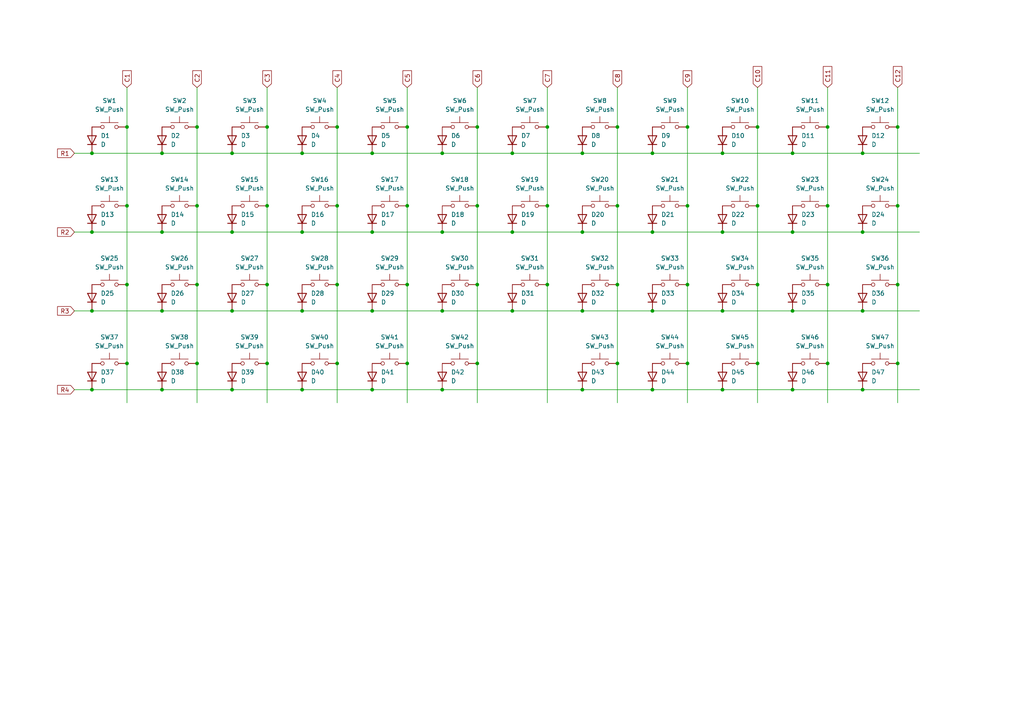
<source format=kicad_sch>
(kicad_sch (version 20250114) (generator "eeschema") (generator_version "9.0")
  (paper "A4")
  (lib_symbols
    (symbol "Device:D" (pin_numbers (hide yes)) (pin_names (offset 1.016) (hide yes))
      (property "Reference" "D" (at 0 2.54 0))
      (property "Value" "D" (at 0 -2.54 0))
      (symbol "D_0_1"
        (polyline (pts (xy -1.27 1.27) (xy -1.27 -1.27)) (stroke (width 0.254)))
        (polyline (pts (xy 1.27 1.27) (xy 1.27 -1.27) (xy -1.27 0) (xy 1.27 1.27)) (stroke (width 0.254)))
        (polyline (pts (xy 1.27 0) (xy -1.27 0)))
      )
      (symbol "D_1_1"
        (pin passive line (at -3.81 0 0) (length 2.54) (name "K") (number "1"))
        (pin passive line (at 3.81 0 180) (length 2.54) (name "A") (number "2"))
      )
    )
    (symbol "Switch:SW_Push" (pin_numbers (hide yes)) (pin_names (offset 1.016) (hide yes))
      (property "Reference" "SW" (at 1.27 2.54 0))
      (property "Value" "SW_Push" (at 0 -1.524 0))
      (symbol "SW_Push_0_1"
        (circle (center -2.032 0) (radius 0.508))
        (polyline (pts (xy 0 1.27) (xy 0 3.048)))
        (circle (center 2.032 0) (radius 0.508))
        (polyline (pts (xy 2.54 1.27) (xy -2.54 1.27)))
        (pin passive line (at -5.08 0 0) (length 2.54) (name "1") (number "1"))
        (pin passive line (at 5.08 0 180) (length 2.54) (name "2") (number "2"))
      )
    )
  )
  (junction (at 179.07 59.69))
  (junction (at 189.23 113.03))
  (junction (at 229.87 44.45))
  (junction (at 189.23 44.45))
  (junction (at 46.99 90.17))
  (junction (at 97.79 105.41))
  (junction (at 57.15 59.69))
  (junction (at 138.43 82.55))
  (junction (at 26.67 44.45))
  (junction (at 209.55 113.03))
  (junction (at 209.55 44.45))
  (junction (at 168.91 44.45))
  (junction (at 219.71 59.69))
  (junction (at 77.47 36.83))
  (junction (at 128.27 90.17))
  (junction (at 67.31 90.17))
  (junction (at 199.39 82.55))
  (junction (at 148.59 90.17))
  (junction (at 229.87 90.17))
  (junction (at 26.67 113.03))
  (junction (at 168.91 90.17))
  (junction (at 148.59 44.45))
  (junction (at 260.35 105.41))
  (junction (at 87.63 67.31))
  (junction (at 209.55 90.17))
  (junction (at 148.59 67.31))
  (junction (at 219.71 82.55))
  (junction (at 107.95 113.03))
  (junction (at 67.31 44.45))
  (junction (at 138.43 36.83))
  (junction (at 240.03 36.83))
  (junction (at 199.39 59.69))
  (junction (at 36.83 59.69))
  (junction (at 107.95 90.17))
  (junction (at 118.11 105.41))
  (junction (at 57.15 105.41))
  (junction (at 77.47 105.41))
  (junction (at 128.27 67.31))
  (junction (at 107.95 67.31))
  (junction (at 46.99 113.03))
  (junction (at 97.79 59.69))
  (junction (at 26.67 67.31))
  (junction (at 250.19 44.45))
  (junction (at 229.87 113.03))
  (junction (at 179.07 82.55))
  (junction (at 199.39 105.41))
  (junction (at 26.67 90.17))
  (junction (at 36.83 82.55))
  (junction (at 158.75 36.83))
  (junction (at 97.79 36.83))
  (junction (at 189.23 90.17))
  (junction (at 168.91 67.31))
  (junction (at 107.95 44.45))
  (junction (at 158.75 59.69))
  (junction (at 67.31 67.31))
  (junction (at 260.35 59.69))
  (junction (at 179.07 105.41))
  (junction (at 209.55 67.31))
  (junction (at 118.11 82.55))
  (junction (at 46.99 67.31))
  (junction (at 118.11 36.83))
  (junction (at 260.35 82.55))
  (junction (at 240.03 59.69))
  (junction (at 189.23 67.31))
  (junction (at 77.47 82.55))
  (junction (at 250.19 90.17))
  (junction (at 250.19 67.31))
  (junction (at 57.15 36.83))
  (junction (at 128.27 113.03))
  (junction (at 219.71 105.41))
  (junction (at 199.39 36.83))
  (junction (at 57.15 82.55))
  (junction (at 67.31 113.03))
  (junction (at 138.43 59.69))
  (junction (at 138.43 105.41))
  (junction (at 240.03 82.55))
  (junction (at 179.07 36.83))
  (junction (at 168.91 113.03))
  (junction (at 229.87 67.31))
  (junction (at 87.63 44.45))
  (junction (at 87.63 90.17))
  (junction (at 219.71 36.83))
  (junction (at 128.27 44.45))
  (junction (at 46.99 44.45))
  (junction (at 260.35 36.83))
  (junction (at 36.83 105.41))
  (junction (at 77.47 59.69))
  (junction (at 87.63 113.03))
  (junction (at 158.75 82.55))
  (junction (at 97.79 82.55))
  (junction (at 36.83 36.83))
  (junction (at 240.03 105.41))
  (junction (at 118.11 59.69))
  (junction (at 250.19 113.03))
  (wire (pts (xy 57.15 59.69) (xy 57.15 82.55)))
  (wire (pts (xy 250.19 113.03) (xy 266.7 113.03)))
  (wire (pts (xy 97.79 59.69) (xy 97.79 82.55)))
  (wire (pts (xy 229.87 113.03) (xy 250.19 113.03)))
  (wire (pts (xy 87.63 44.45) (xy 107.95 44.45)))
  (wire (pts (xy 97.79 25.4) (xy 97.79 36.83)))
  (wire (pts (xy 118.11 105.41) (xy 118.11 116.84)))
  (wire (pts (xy 199.39 105.41) (xy 199.39 116.84)))
  (wire (pts (xy 67.31 44.45) (xy 87.63 44.45)))
  (wire (pts (xy 26.67 90.17) (xy 46.99 90.17)))
  (wire (pts (xy 229.87 44.45) (xy 250.19 44.45)))
  (wire (pts (xy 158.75 59.69) (xy 158.75 82.55)))
  (wire (pts (xy 128.27 44.45) (xy 148.59 44.45)))
  (wire (pts (xy 240.03 82.55) (xy 240.03 105.41)))
  (wire (pts (xy 118.11 25.4) (xy 118.11 36.83)))
  (wire (pts (xy 179.07 25.4) (xy 179.07 36.83)))
  (wire (pts (xy 46.99 67.31) (xy 67.31 67.31)))
  (wire (pts (xy 209.55 90.17) (xy 229.87 90.17)))
  (wire (pts (xy 77.47 59.69) (xy 77.47 82.55)))
  (wire (pts (xy 260.35 105.41) (xy 260.35 116.84)))
  (wire (pts (xy 189.23 67.31) (xy 209.55 67.31)))
  (wire (pts (xy 219.71 25.4) (xy 219.71 36.83)))
  (wire (pts (xy 260.35 82.55) (xy 260.35 105.41)))
  (wire (pts (xy 87.63 90.17) (xy 107.95 90.17)))
  (wire (pts (xy 107.95 67.31) (xy 128.27 67.31)))
  (wire (pts (xy 240.03 36.83) (xy 240.03 59.69)))
  (wire (pts (xy 87.63 113.03) (xy 107.95 113.03)))
  (wire (pts (xy 97.79 82.55) (xy 97.79 105.41)))
  (wire (pts (xy 77.47 25.4) (xy 77.47 36.83)))
  (wire (pts (xy 158.75 82.55) (xy 158.75 116.84)))
  (wire (pts (xy 77.47 105.41) (xy 77.47 116.84)))
  (wire (pts (xy 148.59 90.17) (xy 168.91 90.17)))
  (wire (pts (xy 240.03 59.69) (xy 240.03 82.55)))
  (wire (pts (xy 148.59 44.45) (xy 168.91 44.45)))
  (wire (pts (xy 189.23 113.03) (xy 209.55 113.03)))
  (wire (pts (xy 168.91 90.17) (xy 189.23 90.17)))
  (wire (pts (xy 179.07 36.83) (xy 179.07 59.69)))
  (wire (pts (xy 77.47 82.55) (xy 77.47 105.41)))
  (wire (pts (xy 36.83 82.55) (xy 36.83 105.41)))
  (wire (pts (xy 219.71 105.41) (xy 219.71 116.84)))
  (wire (pts (xy 240.03 25.4) (xy 240.03 36.83)))
  (wire (pts (xy 107.95 90.17) (xy 128.27 90.17)))
  (wire (pts (xy 57.15 105.41) (xy 57.15 116.84)))
  (wire (pts (xy 118.11 82.55) (xy 118.11 105.41)))
  (wire (pts (xy 46.99 44.45) (xy 67.31 44.45)))
  (wire (pts (xy 138.43 105.41) (xy 138.43 116.84)))
  (wire (pts (xy 168.91 44.45) (xy 189.23 44.45)))
  (wire (pts (xy 240.03 105.41) (xy 240.03 116.84)))
  (wire (pts (xy 260.35 36.83) (xy 260.35 59.69)))
  (wire (pts (xy 189.23 90.17) (xy 209.55 90.17)))
  (wire (pts (xy 36.83 59.69) (xy 36.83 82.55)))
  (wire (pts (xy 138.43 59.69) (xy 138.43 82.55)))
  (wire (pts (xy 21.59 67.31) (xy 26.67 67.31)))
  (wire (pts (xy 219.71 59.69) (xy 219.71 82.55)))
  (wire (pts (xy 26.67 44.45) (xy 46.99 44.45)))
  (wire (pts (xy 21.59 44.45) (xy 26.67 44.45)))
  (wire (pts (xy 36.83 105.41) (xy 36.83 116.84)))
  (wire (pts (xy 118.11 36.83) (xy 118.11 59.69)))
  (wire (pts (xy 107.95 113.03) (xy 128.27 113.03)))
  (wire (pts (xy 250.19 44.45) (xy 266.7 44.45)))
  (wire (pts (xy 57.15 25.4) (xy 57.15 36.83)))
  (wire (pts (xy 21.59 90.17) (xy 26.67 90.17)))
  (wire (pts (xy 97.79 36.83) (xy 97.79 59.69)))
  (wire (pts (xy 219.71 82.55) (xy 219.71 105.41)))
  (wire (pts (xy 57.15 36.83) (xy 57.15 59.69)))
  (wire (pts (xy 97.79 105.41) (xy 97.79 116.84)))
  (wire (pts (xy 209.55 113.03) (xy 229.87 113.03)))
  (wire (pts (xy 148.59 67.31) (xy 168.91 67.31)))
  (wire (pts (xy 46.99 90.17) (xy 67.31 90.17)))
  (wire (pts (xy 179.07 82.55) (xy 179.07 105.41)))
  (wire (pts (xy 250.19 90.17) (xy 266.7 90.17)))
  (wire (pts (xy 158.75 25.4) (xy 158.75 36.83)))
  (wire (pts (xy 128.27 67.31) (xy 148.59 67.31)))
  (wire (pts (xy 138.43 36.83) (xy 138.43 59.69)))
  (wire (pts (xy 36.83 25.4) (xy 36.83 36.83)))
  (wire (pts (xy 158.75 36.83) (xy 158.75 59.69)))
  (wire (pts (xy 67.31 90.17) (xy 87.63 90.17)))
  (wire (pts (xy 138.43 25.4) (xy 138.43 36.83)))
  (wire (pts (xy 179.07 105.41) (xy 179.07 116.84)))
  (wire (pts (xy 46.99 113.03) (xy 67.31 113.03)))
  (wire (pts (xy 67.31 67.31) (xy 87.63 67.31)))
  (wire (pts (xy 67.31 113.03) (xy 87.63 113.03)))
  (wire (pts (xy 77.47 36.83) (xy 77.47 59.69)))
  (wire (pts (xy 168.91 113.03) (xy 189.23 113.03)))
  (wire (pts (xy 260.35 25.4) (xy 260.35 36.83)))
  (wire (pts (xy 118.11 59.69) (xy 118.11 82.55)))
  (wire (pts (xy 179.07 59.69) (xy 179.07 82.55)))
  (wire (pts (xy 107.95 44.45) (xy 128.27 44.45)))
  (wire (pts (xy 128.27 113.03) (xy 168.91 113.03)))
  (wire (pts (xy 57.15 82.55) (xy 57.15 105.41)))
  (wire (pts (xy 138.43 82.55) (xy 138.43 105.41)))
  (wire (pts (xy 26.67 113.03) (xy 46.99 113.03)))
  (wire (pts (xy 229.87 67.31) (xy 250.19 67.31)))
  (wire (pts (xy 199.39 36.83) (xy 199.39 59.69)))
  (wire (pts (xy 209.55 44.45) (xy 229.87 44.45)))
  (wire (pts (xy 21.59 113.03) (xy 26.67 113.03)))
  (wire (pts (xy 199.39 25.4) (xy 199.39 36.83)))
  (wire (pts (xy 250.19 67.31) (xy 266.7 67.31)))
  (wire (pts (xy 36.83 36.83) (xy 36.83 59.69)))
  (wire (pts (xy 26.67 67.31) (xy 46.99 67.31)))
  (wire (pts (xy 260.35 59.69) (xy 260.35 82.55)))
  (wire (pts (xy 219.71 36.83) (xy 219.71 59.69)))
  (wire (pts (xy 189.23 44.45) (xy 209.55 44.45)))
  (wire (pts (xy 199.39 82.55) (xy 199.39 105.41)))
  (wire (pts (xy 229.87 90.17) (xy 250.19 90.17)))
  (wire (pts (xy 199.39 59.69) (xy 199.39 82.55)))
  (wire (pts (xy 168.91 67.31) (xy 189.23 67.31)))
  (wire (pts (xy 128.27 90.17) (xy 148.59 90.17)))
  (wire (pts (xy 209.55 67.31) (xy 229.87 67.31)))
  (wire (pts (xy 87.63 67.31) (xy 107.95 67.31)))
  (global_label "R4" (shape input) (at 21.59 113.03 180) (property "Intersheetrefs" "${INTERSHEET_REFS}" (effects (hide yes))))
  (global_label "R1" (shape input) (at 21.59 44.45 180) (property "Intersheetrefs" "${INTERSHEET_REFS}" (effects (hide yes))))
  (global_label "R3" (shape input) (at 21.59 90.17 180) (property "Intersheetrefs" "${INTERSHEET_REFS}" (effects (hide yes))))
  (global_label "C3" (shape input) (at 77.47 25.4 90) (property "Intersheetrefs" "${INTERSHEET_REFS}" (effects (hide yes))))
  (global_label "C1" (shape input) (at 36.83 25.4 90) (property "Intersheetrefs" "${INTERSHEET_REFS}" (effects (hide yes))))
  (global_label "C8" (shape input) (at 179.07 25.4 90) (property "Intersheetrefs" "${INTERSHEET_REFS}" (effects (hide yes))))
  (global_label "C7" (shape input) (at 158.75 25.4 90) (property "Intersheetrefs" "${INTERSHEET_REFS}" (effects (hide yes))))
  (global_label "C12" (shape input) (at 260.35 25.4 90) (property "Intersheetrefs" "${INTERSHEET_REFS}" (effects (hide yes))))
  (global_label "C11" (shape input) (at 240.03 25.4 90) (property "Intersheetrefs" "${INTERSHEET_REFS}" (effects (hide yes))))
  (global_label "C2" (shape input) (at 57.15 25.4 90) (property "Intersheetrefs" "${INTERSHEET_REFS}" (effects (hide yes))))
  (global_label "C4" (shape input) (at 97.79 25.4 90) (property "Intersheetrefs" "${INTERSHEET_REFS}" (effects (hide yes))))
  (global_label "C5" (shape input) (at 118.11 25.4 90) (property "Intersheetrefs" "${INTERSHEET_REFS}" (effects (hide yes))))
  (global_label "C9" (shape input) (at 199.39 25.4 90) (property "Intersheetrefs" "${INTERSHEET_REFS}" (effects (hide yes))))
  (global_label "R2" (shape input) (at 21.59 67.31 180) (property "Intersheetrefs" "${INTERSHEET_REFS}" (effects (hide yes))))
  (global_label "C6" (shape input) (at 138.43 25.4 90) (property "Intersheetrefs" "${INTERSHEET_REFS}" (effects (hide yes))))
  (global_label "C10" (shape input) (at 219.71 25.4 90) (property "Intersheetrefs" "${INTERSHEET_REFS}" (effects (hide yes))))
  (symbol (lib_id "Device:D") (at 67.31 63.5 90) (unit 1)
    (property "Reference" "D15" (at 69.85 62.2299 90) (effects (justify right)))
    (property "Value" "D" (at 69.85 64.7699 90) (effects (justify right)))
    (property "Footprint" "Diode_THT:D_A-405_P7.62mm_Horizontal" (effects (hide yes)))
    (property "Description" "Diode" (effects (hide yes)))
    (property "Sim.Device" "D" (effects (hide yes)))
    (property "Sim.Pins" "1=K 2=A" (effects (hide yes)))
  )
  (symbol (lib_id "Device:D") (at 189.23 63.5 90) (unit 1)
    (property "Reference" "D21" (at 191.77 62.2299 90) (effects (justify right)))
    (property "Value" "D" (at 191.77 64.7699 90) (effects (justify right)))
    (property "Footprint" "Diode_THT:D_A-405_P7.62mm_Horizontal" (effects (hide yes)))
    (property "Description" "Diode" (effects (hide yes)))
    (property "Sim.Device" "D" (effects (hide yes)))
    (property "Sim.Pins" "1=K 2=A" (effects (hide yes)))
  )
  (symbol (lib_id "Switch:SW_Push") (at 194.31 59.69 0) (unit 1)
    (property "Reference" "SW21" (at 194.31 52.07 0))
    (property "Value" "SW_Push" (at 194.31 54.61 0))
    (property "Footprint" "MX_Hotswap:MX-Hotswap-1U" (effects (hide yes)))
    (property "Description" "Push button switch, generic, two pins" (effects (hide yes)))
  )
  (symbol (lib_id "Device:D") (at 87.63 63.5 90) (unit 1)
    (property "Reference" "D16" (at 90.17 62.2299 90) (effects (justify right)))
    (property "Value" "D" (at 90.17 64.7699 90) (effects (justify right)))
    (property "Footprint" "Diode_THT:D_A-405_P7.62mm_Horizontal" (effects (hide yes)))
    (property "Description" "Diode" (effects (hide yes)))
    (property "Sim.Device" "D" (effects (hide yes)))
    (property "Sim.Pins" "1=K 2=A" (effects (hide yes)))
  )
  (symbol (lib_id "Switch:SW_Push") (at 234.95 105.41 0) (unit 1)
    (property "Reference" "SW46" (at 234.95 97.79 0))
    (property "Value" "SW_Push" (at 234.95 100.33 0))
    (property "Footprint" "MX_Hotswap:MX-Hotswap-1U" (effects (hide yes)))
    (property "Description" "Push button switch, generic, two pins" (effects (hide yes)))
  )
  (symbol (lib_id "Switch:SW_Push") (at 113.03 105.41 0) (unit 1)
    (property "Reference" "SW41" (at 113.03 97.79 0))
    (property "Value" "SW_Push" (at 113.03 100.33 0))
    (property "Footprint" "MX_Hotswap:MX-Hotswap-1U" (effects (hide yes)))
    (property "Description" "Push button switch, generic, two pins" (effects (hide yes)))
  )
  (symbol (lib_id "Switch:SW_Push") (at 72.39 59.69 0) (unit 1)
    (property "Reference" "SW15" (at 72.39 52.07 0))
    (property "Value" "SW_Push" (at 72.39 54.61 0))
    (property "Footprint" "MX_Hotswap:MX-Hotswap-1U" (effects (hide yes)))
    (property "Description" "Push button switch, generic, two pins" (effects (hide yes)))
  )
  (symbol (lib_id "Switch:SW_Push") (at 72.39 105.41 0) (unit 1)
    (property "Reference" "SW39" (at 72.39 97.79 0))
    (property "Value" "SW_Push" (at 72.39 100.33 0))
    (property "Footprint" "MX_Hotswap:MX-Hotswap-1U" (effects (hide yes)))
    (property "Description" "Push button switch, generic, two pins" (effects (hide yes)))
  )
  (symbol (lib_id "Device:D") (at 229.87 86.36 90) (unit 1)
    (property "Reference" "D35" (at 232.41 85.0899 90) (effects (justify right)))
    (property "Value" "D" (at 232.41 87.6299 90) (effects (justify right)))
    (property "Footprint" "Diode_THT:D_A-405_P7.62mm_Horizontal" (effects (hide yes)))
    (property "Description" "Diode" (effects (hide yes)))
    (property "Sim.Device" "D" (effects (hide yes)))
    (property "Sim.Pins" "1=K 2=A" (effects (hide yes)))
  )
  (symbol (lib_id "Switch:SW_Push") (at 31.75 105.41 0) (unit 1)
    (property "Reference" "SW37" (at 31.75 97.79 0))
    (property "Value" "SW_Push" (at 31.75 100.33 0))
    (property "Footprint" "MX_Hotswap:MX-Hotswap-1U" (effects (hide yes)))
    (property "Description" "Push button switch, generic, two pins" (effects (hide yes)))
  )
  (symbol (lib_id "Device:D") (at 107.95 109.22 90) (unit 1)
    (property "Reference" "D41" (at 110.49 107.9499 90) (effects (justify right)))
    (property "Value" "D" (at 110.49 110.4899 90) (effects (justify right)))
    (property "Footprint" "Diode_THT:D_A-405_P7.62mm_Horizontal" (effects (hide yes)))
    (property "Description" "Diode" (effects (hide yes)))
    (property "Sim.Device" "D" (effects (hide yes)))
    (property "Sim.Pins" "1=K 2=A" (effects (hide yes)))
  )
  (symbol (lib_id "Switch:SW_Push") (at 234.95 82.55 0) (unit 1)
    (property "Reference" "SW35" (at 234.95 74.93 0))
    (property "Value" "SW_Push" (at 234.95 77.47 0))
    (property "Footprint" "MX_Hotswap:MX-Hotswap-1U" (effects (hide yes)))
    (property "Description" "Push button switch, generic, two pins" (effects (hide yes)))
  )
  (symbol (lib_id "Switch:SW_Push") (at 194.31 82.55 0) (unit 1)
    (property "Reference" "SW33" (at 194.31 74.93 0))
    (property "Value" "SW_Push" (at 194.31 77.47 0))
    (property "Footprint" "MX_Hotswap:MX-Hotswap-1U" (effects (hide yes)))
    (property "Description" "Push button switch, generic, two pins" (effects (hide yes)))
  )
  (symbol (lib_id "Device:D") (at 229.87 63.5 90) (unit 1)
    (property "Reference" "D23" (at 232.41 62.2299 90) (effects (justify right)))
    (property "Value" "D" (at 232.41 64.7699 90) (effects (justify right)))
    (property "Footprint" "Diode_THT:D_A-405_P7.62mm_Horizontal" (effects (hide yes)))
    (property "Description" "Diode" (effects (hide yes)))
    (property "Sim.Device" "D" (effects (hide yes)))
    (property "Sim.Pins" "1=K 2=A" (effects (hide yes)))
  )
  (symbol (lib_id "Switch:SW_Push") (at 52.07 82.55 0) (unit 1)
    (property "Reference" "SW26" (at 52.07 74.93 0))
    (property "Value" "SW_Push" (at 52.07 77.47 0))
    (property "Footprint" "MX_Hotswap:MX-Hotswap-1U" (effects (hide yes)))
    (property "Description" "Push button switch, generic, two pins" (effects (hide yes)))
  )
  (symbol (lib_id "Device:D") (at 168.91 63.5 90) (unit 1)
    (property "Reference" "D20" (at 171.45 62.2299 90) (effects (justify right)))
    (property "Value" "D" (at 171.45 64.7699 90) (effects (justify right)))
    (property "Footprint" "Diode_THT:D_A-405_P7.62mm_Horizontal" (effects (hide yes)))
    (property "Description" "Diode" (effects (hide yes)))
    (property "Sim.Device" "D" (effects (hide yes)))
    (property "Sim.Pins" "1=K 2=A" (effects (hide yes)))
  )
  (symbol (lib_id "Switch:SW_Push") (at 214.63 59.69 0) (unit 1)
    (property "Reference" "SW22" (at 214.63 52.07 0))
    (property "Value" "SW_Push" (at 214.63 54.61 0))
    (property "Footprint" "MX_Hotswap:MX-Hotswap-1U" (effects (hide yes)))
    (property "Description" "Push button switch, generic, two pins" (effects (hide yes)))
  )
  (symbol (lib_id "Switch:SW_Push") (at 133.35 36.83 0) (unit 1)
    (property "Reference" "SW6" (at 133.35 29.21 0))
    (property "Value" "SW_Push" (at 133.35 31.75 0))
    (property "Footprint" "MX_Hotswap:MX-Hotswap-1U" (effects (hide yes)))
    (property "Description" "Push button switch, generic, two pins" (effects (hide yes)))
  )
  (symbol (lib_id "Device:D") (at 26.67 109.22 90) (unit 1)
    (property "Reference" "D37" (at 29.21 107.9499 90) (effects (justify right)))
    (property "Value" "D" (at 29.21 110.4899 90) (effects (justify right)))
    (property "Footprint" "Diode_THT:D_A-405_P7.62mm_Horizontal" (effects (hide yes)))
    (property "Description" "Diode" (effects (hide yes)))
    (property "Sim.Device" "D" (effects (hide yes)))
    (property "Sim.Pins" "1=K 2=A" (effects (hide yes)))
  )
  (symbol (lib_id "Switch:SW_Push") (at 153.67 36.83 0) (unit 1)
    (property "Reference" "SW7" (at 153.67 29.21 0))
    (property "Value" "SW_Push" (at 153.67 31.75 0))
    (property "Footprint" "MX_Hotswap:MX-Hotswap-1U" (effects (hide yes)))
    (property "Description" "Push button switch, generic, two pins" (effects (hide yes)))
  )
  (symbol (lib_id "Device:D") (at 250.19 109.22 90) (unit 1)
    (property "Reference" "D47" (at 252.73 107.9499 90) (effects (justify right)))
    (property "Value" "D" (at 252.73 110.4899 90) (effects (justify right)))
    (property "Footprint" "Diode_THT:D_A-405_P7.62mm_Horizontal" (effects (hide yes)))
    (property "Description" "Diode" (effects (hide yes)))
    (property "Sim.Device" "D" (effects (hide yes)))
    (property "Sim.Pins" "1=K 2=A" (effects (hide yes)))
  )
  (symbol (lib_id "Switch:SW_Push") (at 255.27 105.41 0) (unit 1)
    (property "Reference" "SW47" (at 255.27 97.79 0))
    (property "Value" "SW_Push" (at 255.27 100.33 0))
    (property "Footprint" "MX_Hotswap:MX-Hotswap-1U" (effects (hide yes)))
    (property "Description" "Push button switch, generic, two pins" (effects (hide yes)))
  )
  (symbol (lib_id "Device:D") (at 26.67 63.5 90) (unit 1)
    (property "Reference" "D13" (at 29.21 62.2299 90) (effects (justify right)))
    (property "Value" "D" (at 29.21 64.7699 90) (effects (justify right)))
    (property "Footprint" "Diode_THT:D_A-405_P7.62mm_Horizontal" (effects (hide yes)))
    (property "Description" "Diode" (effects (hide yes)))
    (property "Sim.Device" "D" (effects (hide yes)))
    (property "Sim.Pins" "1=K 2=A" (effects (hide yes)))
  )
  (symbol (lib_id "Switch:SW_Push") (at 214.63 36.83 0) (unit 1)
    (property "Reference" "SW10" (at 214.63 29.21 0))
    (property "Value" "SW_Push" (at 214.63 31.75 0))
    (property "Footprint" "MX_Hotswap:MX-Hotswap-1U" (effects (hide yes)))
    (property "Description" "Push button switch, generic, two pins" (effects (hide yes)))
  )
  (symbol (lib_id "Device:D") (at 46.99 63.5 90) (unit 1)
    (property "Reference" "D14" (at 49.53 62.2299 90) (effects (justify right)))
    (property "Value" "D" (at 49.53 64.7699 90) (effects (justify right)))
    (property "Footprint" "Diode_THT:D_A-405_P7.62mm_Horizontal" (effects (hide yes)))
    (property "Description" "Diode" (effects (hide yes)))
    (property "Sim.Device" "D" (effects (hide yes)))
    (property "Sim.Pins" "1=K 2=A" (effects (hide yes)))
  )
  (symbol (lib_id "Switch:SW_Push") (at 214.63 105.41 0) (unit 1)
    (property "Reference" "SW45" (at 214.63 97.79 0))
    (property "Value" "SW_Push" (at 214.63 100.33 0))
    (property "Footprint" "MX_Hotswap:MX-Hotswap-1U" (effects (hide yes)))
    (property "Description" "Push button switch, generic, two pins" (effects (hide yes)))
  )
  (symbol (lib_id "Device:D") (at 107.95 86.36 90) (unit 1)
    (property "Reference" "D29" (at 110.49 85.0899 90) (effects (justify right)))
    (property "Value" "D" (at 110.49 87.6299 90) (effects (justify right)))
    (property "Footprint" "Diode_THT:D_A-405_P7.62mm_Horizontal" (effects (hide yes)))
    (property "Description" "Diode" (effects (hide yes)))
    (property "Sim.Device" "D" (effects (hide yes)))
    (property "Sim.Pins" "1=K 2=A" (effects (hide yes)))
  )
  (symbol (lib_id "Device:D") (at 209.55 40.64 90) (unit 1)
    (property "Reference" "D10" (at 212.09 39.3699 90) (effects (justify right)))
    (property "Value" "D" (at 212.09 41.9099 90) (effects (justify right)))
    (property "Footprint" "Diode_THT:D_A-405_P7.62mm_Horizontal" (effects (hide yes)))
    (property "Description" "Diode" (effects (hide yes)))
    (property "Sim.Device" "D" (effects (hide yes)))
    (property "Sim.Pins" "1=K 2=A" (effects (hide yes)))
  )
  (symbol (lib_id "Device:D") (at 148.59 40.64 90) (unit 1)
    (property "Reference" "D7" (at 151.13 39.3699 90) (effects (justify right)))
    (property "Value" "D" (at 151.13 41.9099 90) (effects (justify right)))
    (property "Footprint" "Diode_THT:D_A-405_P7.62mm_Horizontal" (effects (hide yes)))
    (property "Description" "Diode" (effects (hide yes)))
    (property "Sim.Device" "D" (effects (hide yes)))
    (property "Sim.Pins" "1=K 2=A" (effects (hide yes)))
  )
  (symbol (lib_id "Device:D") (at 26.67 86.36 90) (unit 1)
    (property "Reference" "D25" (at 29.21 85.0899 90) (effects (justify right)))
    (property "Value" "D" (at 29.21 87.6299 90) (effects (justify right)))
    (property "Footprint" "Diode_THT:D_A-405_P7.62mm_Horizontal" (effects (hide yes)))
    (property "Description" "Diode" (effects (hide yes)))
    (property "Sim.Device" "D" (effects (hide yes)))
    (property "Sim.Pins" "1=K 2=A" (effects (hide yes)))
  )
  (symbol (lib_id "Device:D") (at 128.27 109.22 90) (unit 1)
    (property "Reference" "D42" (at 130.81 107.9499 90) (effects (justify right)))
    (property "Value" "D" (at 130.81 110.4899 90) (effects (justify right)))
    (property "Footprint" "Diode_THT:D_A-405_P7.62mm_Horizontal" (effects (hide yes)))
    (property "Description" "Diode" (effects (hide yes)))
    (property "Sim.Device" "D" (effects (hide yes)))
    (property "Sim.Pins" "1=K 2=A" (effects (hide yes)))
  )
  (symbol (lib_id "Switch:SW_Push") (at 255.27 36.83 0) (unit 1)
    (property "Reference" "SW12" (at 255.27 29.21 0))
    (property "Value" "SW_Push" (at 255.27 31.75 0))
    (property "Footprint" "MX_Hotswap:MX-Hotswap-1U" (effects (hide yes)))
    (property "Description" "Push button switch, generic, two pins" (effects (hide yes)))
  )
  (symbol (lib_id "Device:D") (at 209.55 109.22 90) (unit 1)
    (property "Reference" "D45" (at 212.09 107.9499 90) (effects (justify right)))
    (property "Value" "D" (at 212.09 110.4899 90) (effects (justify right)))
    (property "Footprint" "Diode_THT:D_A-405_P7.62mm_Horizontal" (effects (hide yes)))
    (property "Description" "Diode" (effects (hide yes)))
    (property "Sim.Device" "D" (effects (hide yes)))
    (property "Sim.Pins" "1=K 2=A" (effects (hide yes)))
  )
  (symbol (lib_id "Switch:SW_Push") (at 113.03 82.55 0) (unit 1)
    (property "Reference" "SW29" (at 113.03 74.93 0))
    (property "Value" "SW_Push" (at 113.03 77.47 0))
    (property "Footprint" "MX_Hotswap:MX-Hotswap-1U" (effects (hide yes)))
    (property "Description" "Push button switch, generic, two pins" (effects (hide yes)))
  )
  (symbol (lib_id "Device:D") (at 128.27 63.5 90) (unit 1)
    (property "Reference" "D18" (at 130.81 62.2299 90) (effects (justify right)))
    (property "Value" "D" (at 130.81 64.7699 90) (effects (justify right)))
    (property "Footprint" "Diode_THT:D_A-405_P7.62mm_Horizontal" (effects (hide yes)))
    (property "Description" "Diode" (effects (hide yes)))
    (property "Sim.Device" "D" (effects (hide yes)))
    (property "Sim.Pins" "1=K 2=A" (effects (hide yes)))
  )
  (symbol (lib_id "Switch:SW_Push") (at 194.31 105.41 0) (unit 1)
    (property "Reference" "SW44" (at 194.31 97.79 0))
    (property "Value" "SW_Push" (at 194.31 100.33 0))
    (property "Footprint" "MX_Hotswap:MX-Hotswap-1U" (effects (hide yes)))
    (property "Description" "Push button switch, generic, two pins" (effects (hide yes)))
  )
  (symbol (lib_id "Device:D") (at 26.67 40.64 90) (unit 1)
    (property "Reference" "D1" (at 29.21 39.3699 90) (effects (justify right)))
    (property "Value" "D" (at 29.21 41.9099 90) (effects (justify right)))
    (property "Footprint" "Diode_THT:D_A-405_P7.62mm_Horizontal" (effects (hide yes)))
    (property "Description" "Diode" (effects (hide yes)))
    (property "Sim.Device" "D" (effects (hide yes)))
    (property "Sim.Pins" "1=K 2=A" (effects (hide yes)))
  )
  (symbol (lib_id "Switch:SW_Push") (at 31.75 36.83 0) (unit 1)
    (property "Reference" "SW1" (at 31.75 29.21 0))
    (property "Value" "SW_Push" (at 31.75 31.75 0))
    (property "Footprint" "MX_Hotswap:MX-Hotswap-1U" (effects (hide yes)))
    (property "Description" "Push button switch, generic, two pins" (effects (hide yes)))
  )
  (symbol (lib_id "Device:D") (at 209.55 86.36 90) (unit 1)
    (property "Reference" "D34" (at 212.09 85.0899 90) (effects (justify right)))
    (property "Value" "D" (at 212.09 87.6299 90) (effects (justify right)))
    (property "Footprint" "Diode_THT:D_A-405_P7.62mm_Horizontal" (effects (hide yes)))
    (property "Description" "Diode" (effects (hide yes)))
    (property "Sim.Device" "D" (effects (hide yes)))
    (property "Sim.Pins" "1=K 2=A" (effects (hide yes)))
  )
  (symbol (lib_id "Switch:SW_Push") (at 31.75 59.69 0) (unit 1)
    (property "Reference" "SW13" (at 31.75 52.07 0))
    (property "Value" "SW_Push" (at 31.75 54.61 0))
    (property "Footprint" "MX_Hotswap:MX-Hotswap-1U" (effects (hide yes)))
    (property "Description" "Push button switch, generic, two pins" (effects (hide yes)))
  )
  (symbol (lib_id "Switch:SW_Push") (at 52.07 59.69 0) (unit 1)
    (property "Reference" "SW14" (at 52.07 52.07 0))
    (property "Value" "SW_Push" (at 52.07 54.61 0))
    (property "Footprint" "MX_Hotswap:MX-Hotswap-1U" (effects (hide yes)))
    (property "Description" "Push button switch, generic, two pins" (effects (hide yes)))
  )
  (symbol (lib_id "Device:D") (at 46.99 40.64 90) (unit 1)
    (property "Reference" "D2" (at 49.53 39.3699 90) (effects (justify right)))
    (property "Value" "D" (at 49.53 41.9099 90) (effects (justify right)))
    (property "Footprint" "Diode_THT:D_A-405_P7.62mm_Horizontal" (effects (hide yes)))
    (property "Description" "Diode" (effects (hide yes)))
    (property "Sim.Device" "D" (effects (hide yes)))
    (property "Sim.Pins" "1=K 2=A" (effects (hide yes)))
  )
  (symbol (lib_id "Switch:SW_Push") (at 113.03 59.69 0) (unit 1)
    (property "Reference" "SW17" (at 113.03 52.07 0))
    (property "Value" "SW_Push" (at 113.03 54.61 0))
    (property "Footprint" "MX_Hotswap:MX-Hotswap-1U" (effects (hide yes)))
    (property "Description" "Push button switch, generic, two pins" (effects (hide yes)))
  )
  (symbol (lib_id "Device:D") (at 168.91 109.22 90) (unit 1)
    (property "Reference" "D43" (at 171.45 107.9499 90) (effects (justify right)))
    (property "Value" "D" (at 171.45 110.4899 90) (effects (justify right)))
    (property "Footprint" "Diode_THT:D_A-405_P7.62mm_Horizontal" (effects (hide yes)))
    (property "Description" "Diode" (effects (hide yes)))
    (property "Sim.Device" "D" (effects (hide yes)))
    (property "Sim.Pins" "1=K 2=A" (effects (hide yes)))
  )
  (symbol (lib_id "Switch:SW_Push") (at 214.63 82.55 0) (unit 1)
    (property "Reference" "SW34" (at 214.63 74.93 0))
    (property "Value" "SW_Push" (at 214.63 77.47 0))
    (property "Footprint" "MX_Hotswap:MX-Hotswap-1U" (effects (hide yes)))
    (property "Description" "Push button switch, generic, two pins" (effects (hide yes)))
  )
  (symbol (lib_id "Device:D") (at 250.19 40.64 90) (unit 1)
    (property "Reference" "D12" (at 252.73 39.3699 90) (effects (justify right)))
    (property "Value" "D" (at 252.73 41.9099 90) (effects (justify right)))
    (property "Footprint" "Diode_THT:D_A-405_P7.62mm_Horizontal" (effects (hide yes)))
    (property "Description" "Diode" (effects (hide yes)))
    (property "Sim.Device" "D" (effects (hide yes)))
    (property "Sim.Pins" "1=K 2=A" (effects (hide yes)))
  )
  (symbol (lib_id "Device:D") (at 107.95 63.5 90) (unit 1)
    (property "Reference" "D17" (at 110.49 62.2299 90) (effects (justify right)))
    (property "Value" "D" (at 110.49 64.7699 90) (effects (justify right)))
    (property "Footprint" "Diode_THT:D_A-405_P7.62mm_Horizontal" (effects (hide yes)))
    (property "Description" "Diode" (effects (hide yes)))
    (property "Sim.Device" "D" (effects (hide yes)))
    (property "Sim.Pins" "1=K 2=A" (effects (hide yes)))
  )
  (symbol (lib_id "Device:D") (at 168.91 40.64 90) (unit 1)
    (property "Reference" "D8" (at 171.45 39.3699 90) (effects (justify right)))
    (property "Value" "D" (at 171.45 41.9099 90) (effects (justify right)))
    (property "Footprint" "Diode_THT:D_A-405_P7.62mm_Horizontal" (effects (hide yes)))
    (property "Description" "Diode" (effects (hide yes)))
    (property "Sim.Device" "D" (effects (hide yes)))
    (property "Sim.Pins" "1=K 2=A" (effects (hide yes)))
  )
  (symbol (lib_id "Switch:SW_Push") (at 153.67 82.55 0) (unit 1)
    (property "Reference" "SW31" (at 153.67 74.93 0))
    (property "Value" "SW_Push" (at 153.67 77.47 0))
    (property "Footprint" "MX_Hotswap:MX-Hotswap-1U" (effects (hide yes)))
    (property "Description" "Push button switch, generic, two pins" (effects (hide yes)))
  )
  (symbol (lib_id "Switch:SW_Push") (at 234.95 36.83 0) (unit 1)
    (property "Reference" "SW11" (at 234.95 29.21 0))
    (property "Value" "SW_Push" (at 234.95 31.75 0))
    (property "Footprint" "MX_Hotswap:MX-Hotswap-1U" (effects (hide yes)))
    (property "Description" "Push button switch, generic, two pins" (effects (hide yes)))
  )
  (symbol (lib_id "Device:D") (at 87.63 40.64 90) (unit 1)
    (property "Reference" "D4" (at 90.17 39.3699 90) (effects (justify right)))
    (property "Value" "D" (at 90.17 41.9099 90) (effects (justify right)))
    (property "Footprint" "Diode_THT:D_A-405_P7.62mm_Horizontal" (effects (hide yes)))
    (property "Description" "Diode" (effects (hide yes)))
    (property "Sim.Device" "D" (effects (hide yes)))
    (property "Sim.Pins" "1=K 2=A" (effects (hide yes)))
  )
  (symbol (lib_id "Switch:SW_Push") (at 133.35 82.55 0) (unit 1)
    (property "Reference" "SW30" (at 133.35 74.93 0))
    (property "Value" "SW_Push" (at 133.35 77.47 0))
    (property "Footprint" "MX_Hotswap:MX-Hotswap-1U" (effects (hide yes)))
    (property "Description" "Push button switch, generic, two pins" (effects (hide yes)))
  )
  (symbol (lib_id "Switch:SW_Push") (at 92.71 59.69 0) (unit 1)
    (property "Reference" "SW16" (at 92.71 52.07 0))
    (property "Value" "SW_Push" (at 92.71 54.61 0))
    (property "Footprint" "MX_Hotswap:MX-Hotswap-1U" (effects (hide yes)))
    (property "Description" "Push button switch, generic, two pins" (effects (hide yes)))
  )
  (symbol (lib_id "Switch:SW_Push") (at 153.67 59.69 0) (unit 1)
    (property "Reference" "SW19" (at 153.67 52.07 0))
    (property "Value" "SW_Push" (at 153.67 54.61 0))
    (property "Footprint" "MX_Hotswap:MX-Hotswap-1U" (effects (hide yes)))
    (property "Description" "Push button switch, generic, two pins" (effects (hide yes)))
  )
  (symbol (lib_id "Device:D") (at 148.59 63.5 90) (unit 1)
    (property "Reference" "D19" (at 151.13 62.2299 90) (effects (justify right)))
    (property "Value" "D" (at 151.13 64.7699 90) (effects (justify right)))
    (property "Footprint" "Diode_THT:D_A-405_P7.62mm_Horizontal" (effects (hide yes)))
    (property "Description" "Diode" (effects (hide yes)))
    (property "Sim.Device" "D" (effects (hide yes)))
    (property "Sim.Pins" "1=K 2=A" (effects (hide yes)))
  )
  (symbol (lib_id "Device:D") (at 250.19 86.36 90) (unit 1)
    (property "Reference" "D36" (at 252.73 85.0899 90) (effects (justify right)))
    (property "Value" "D" (at 252.73 87.6299 90) (effects (justify right)))
    (property "Footprint" "Diode_THT:D_A-405_P7.62mm_Horizontal" (effects (hide yes)))
    (property "Description" "Diode" (effects (hide yes)))
    (property "Sim.Device" "D" (effects (hide yes)))
    (property "Sim.Pins" "1=K 2=A" (effects (hide yes)))
  )
  (symbol (lib_id "Switch:SW_Push") (at 113.03 36.83 0) (unit 1)
    (property "Reference" "SW5" (at 113.03 29.21 0))
    (property "Value" "SW_Push" (at 113.03 31.75 0))
    (property "Footprint" "MX_Hotswap:MX-Hotswap-1U" (effects (hide yes)))
    (property "Description" "Push button switch, generic, two pins" (effects (hide yes)))
  )
  (symbol (lib_id "Switch:SW_Push") (at 234.95 59.69 0) (unit 1)
    (property "Reference" "SW23" (at 234.95 52.07 0))
    (property "Value" "SW_Push" (at 234.95 54.61 0))
    (property "Footprint" "MX_Hotswap:MX-Hotswap-1U" (effects (hide yes)))
    (property "Description" "Push button switch, generic, two pins" (effects (hide yes)))
  )
  (symbol (lib_id "Switch:SW_Push") (at 133.35 105.41 0) (unit 1)
    (property "Reference" "SW42" (at 133.35 97.79 0))
    (property "Value" "SW_Push" (at 133.35 100.33 0))
    (property "Footprint" "MX_Hotswap:MX-Hotswap-2U" (effects (hide yes)))
    (property "Description" "Push button switch, generic, two pins" (effects (hide yes)))
  )
  (symbol (lib_id "Switch:SW_Push") (at 92.71 105.41 0) (unit 1)
    (property "Reference" "SW40" (at 92.71 97.79 0))
    (property "Value" "SW_Push" (at 92.71 100.33 0))
    (property "Footprint" "MX_Hotswap:MX-Hotswap-1U" (effects (hide yes)))
    (property "Description" "Push button switch, generic, two pins" (effects (hide yes)))
  )
  (symbol (lib_id "Switch:SW_Push") (at 173.99 82.55 0) (unit 1)
    (property "Reference" "SW32" (at 173.99 74.93 0))
    (property "Value" "SW_Push" (at 173.99 77.47 0))
    (property "Footprint" "MX_Hotswap:MX-Hotswap-1U" (effects (hide yes)))
    (property "Description" "Push button switch, generic, two pins" (effects (hide yes)))
  )
  (symbol (lib_id "Device:D") (at 67.31 109.22 90) (unit 1)
    (property "Reference" "D39" (at 69.85 107.9499 90) (effects (justify right)))
    (property "Value" "D" (at 69.85 110.4899 90) (effects (justify right)))
    (property "Footprint" "Diode_THT:D_A-405_P7.62mm_Horizontal" (effects (hide yes)))
    (property "Description" "Diode" (effects (hide yes)))
    (property "Sim.Device" "D" (effects (hide yes)))
    (property "Sim.Pins" "1=K 2=A" (effects (hide yes)))
  )
  (symbol (lib_id "Switch:SW_Push") (at 173.99 105.41 0) (unit 1)
    (property "Reference" "SW43" (at 173.99 97.79 0))
    (property "Value" "SW_Push" (at 173.99 100.33 0))
    (property "Footprint" "MX_Hotswap:MX-Hotswap-1U" (effects (hide yes)))
    (property "Description" "Push button switch, generic, two pins" (effects (hide yes)))
  )
  (symbol (lib_id "Switch:SW_Push") (at 52.07 105.41 0) (unit 1)
    (property "Reference" "SW38" (at 52.07 97.79 0))
    (property "Value" "SW_Push" (at 52.07 100.33 0))
    (property "Footprint" "MX_Hotswap:MX-Hotswap-1U" (effects (hide yes)))
    (property "Description" "Push button switch, generic, two pins" (effects (hide yes)))
  )
  (symbol (lib_id "Switch:SW_Push") (at 92.71 36.83 0) (unit 1)
    (property "Reference" "SW4" (at 92.71 29.21 0))
    (property "Value" "SW_Push" (at 92.71 31.75 0))
    (property "Footprint" "MX_Hotswap:MX-Hotswap-1U" (effects (hide yes)))
    (property "Description" "Push button switch, generic, two pins" (effects (hide yes)))
  )
  (symbol (lib_id "Switch:SW_Push") (at 133.35 59.69 0) (unit 1)
    (property "Reference" "SW18" (at 133.35 52.07 0))
    (property "Value" "SW_Push" (at 133.35 54.61 0))
    (property "Footprint" "MX_Hotswap:MX-Hotswap-1U" (effects (hide yes)))
    (property "Description" "Push button switch, generic, two pins" (effects (hide yes)))
  )
  (symbol (lib_id "Switch:SW_Push") (at 255.27 59.69 0) (unit 1)
    (property "Reference" "SW24" (at 255.27 52.07 0))
    (property "Value" "SW_Push" (at 255.27 54.61 0))
    (property "Footprint" "MX_Hotswap:MX-Hotswap-1U" (effects (hide yes)))
    (property "Description" "Push button switch, generic, two pins" (effects (hide yes)))
  )
  (symbol (lib_id "Device:D") (at 67.31 86.36 90) (unit 1)
    (property "Reference" "D27" (at 69.85 85.0899 90) (effects (justify right)))
    (property "Value" "D" (at 69.85 87.6299 90) (effects (justify right)))
    (property "Footprint" "Diode_THT:D_A-405_P7.62mm_Horizontal" (effects (hide yes)))
    (property "Description" "Diode" (effects (hide yes)))
    (property "Sim.Device" "D" (effects (hide yes)))
    (property "Sim.Pins" "1=K 2=A" (effects (hide yes)))
  )
  (symbol (lib_id "Device:D") (at 229.87 40.64 90) (unit 1)
    (property "Reference" "D11" (at 232.41 39.3699 90) (effects (justify right)))
    (property "Value" "D" (at 232.41 41.9099 90) (effects (justify right)))
    (property "Footprint" "Diode_THT:D_A-405_P7.62mm_Horizontal" (effects (hide yes)))
    (property "Description" "Diode" (effects (hide yes)))
    (property "Sim.Device" "D" (effects (hide yes)))
    (property "Sim.Pins" "1=K 2=A" (effects (hide yes)))
  )
  (symbol (lib_id "Device:D") (at 189.23 109.22 90) (unit 1)
    (property "Reference" "D44" (at 191.77 107.9499 90) (effects (justify right)))
    (property "Value" "D" (at 191.77 110.4899 90) (effects (justify right)))
    (property "Footprint" "Diode_THT:D_A-405_P7.62mm_Horizontal" (effects (hide yes)))
    (property "Description" "Diode" (effects (hide yes)))
    (property "Sim.Device" "D" (effects (hide yes)))
    (property "Sim.Pins" "1=K 2=A" (effects (hide yes)))
  )
  (symbol (lib_id "Device:D") (at 168.91 86.36 90) (unit 1)
    (property "Reference" "D32" (at 171.45 85.0899 90) (effects (justify right)))
    (property "Value" "D" (at 171.45 87.6299 90) (effects (justify right)))
    (property "Footprint" "Diode_THT:D_A-405_P7.62mm_Horizontal" (effects (hide yes)))
    (property "Description" "Diode" (effects (hide yes)))
    (property "Sim.Device" "D" (effects (hide yes)))
    (property "Sim.Pins" "1=K 2=A" (effects (hide yes)))
  )
  (symbol (lib_id "Device:D") (at 189.23 40.64 90) (unit 1)
    (property "Reference" "D9" (at 191.77 39.3699 90) (effects (justify right)))
    (property "Value" "D" (at 191.77 41.9099 90) (effects (justify right)))
    (property "Footprint" "Diode_THT:D_A-405_P7.62mm_Horizontal" (effects (hide yes)))
    (property "Description" "Diode" (effects (hide yes)))
    (property "Sim.Device" "D" (effects (hide yes)))
    (property "Sim.Pins" "1=K 2=A" (effects (hide yes)))
  )
  (symbol (lib_id "Switch:SW_Push") (at 194.31 36.83 0) (unit 1)
    (property "Reference" "SW9" (at 194.31 29.21 0))
    (property "Value" "SW_Push" (at 194.31 31.75 0))
    (property "Footprint" "MX_Hotswap:MX-Hotswap-1U" (effects (hide yes)))
    (property "Description" "Push button switch, generic, two pins" (effects (hide yes)))
  )
  (symbol (lib_id "Switch:SW_Push") (at 31.75 82.55 0) (unit 1)
    (property "Reference" "SW25" (at 31.75 74.93 0))
    (property "Value" "SW_Push" (at 31.75 77.47 0))
    (property "Footprint" "MX_Hotswap:MX-Hotswap-1U" (effects (hide yes)))
    (property "Description" "Push button switch, generic, two pins" (effects (hide yes)))
  )
  (symbol (lib_id "Device:D") (at 229.87 109.22 90) (unit 1)
    (property "Reference" "D46" (at 232.41 107.9499 90) (effects (justify right)))
    (property "Value" "D" (at 232.41 110.4899 90) (effects (justify right)))
    (property "Footprint" "Diode_THT:D_A-405_P7.62mm_Horizontal" (effects (hide yes)))
    (property "Description" "Diode" (effects (hide yes)))
    (property "Sim.Device" "D" (effects (hide yes)))
    (property "Sim.Pins" "1=K 2=A" (effects (hide yes)))
  )
  (symbol (lib_id "Device:D") (at 128.27 40.64 90) (unit 1)
    (property "Reference" "D6" (at 130.81 39.3699 90) (effects (justify right)))
    (property "Value" "D" (at 130.81 41.9099 90) (effects (justify right)))
    (property "Footprint" "Diode_THT:D_A-405_P7.62mm_Horizontal" (effects (hide yes)))
    (property "Description" "Diode" (effects (hide yes)))
    (property "Sim.Device" "D" (effects (hide yes)))
    (property "Sim.Pins" "1=K 2=A" (effects (hide yes)))
  )
  (symbol (lib_id "Device:D") (at 46.99 86.36 90) (unit 1)
    (property "Reference" "D26" (at 49.53 85.0899 90) (effects (justify right)))
    (property "Value" "D" (at 49.53 87.6299 90) (effects (justify right)))
    (property "Footprint" "Diode_THT:D_A-405_P7.62mm_Horizontal" (effects (hide yes)))
    (property "Description" "Diode" (effects (hide yes)))
    (property "Sim.Device" "D" (effects (hide yes)))
    (property "Sim.Pins" "1=K 2=A" (effects (hide yes)))
  )
  (symbol (lib_id "Switch:SW_Push") (at 92.71 82.55 0) (unit 1)
    (property "Reference" "SW28" (at 92.71 74.93 0))
    (property "Value" "SW_Push" (at 92.71 77.47 0))
    (property "Footprint" "MX_Hotswap:MX-Hotswap-1U" (effects (hide yes)))
    (property "Description" "Push button switch, generic, two pins" (effects (hide yes)))
  )
  (symbol (lib_id "Device:D") (at 209.55 63.5 90) (unit 1)
    (property "Reference" "D22" (at 212.09 62.2299 90) (effects (justify right)))
    (property "Value" "D" (at 212.09 64.7699 90) (effects (justify right)))
    (property "Footprint" "Diode_THT:D_A-405_P7.62mm_Horizontal" (effects (hide yes)))
    (property "Description" "Diode" (effects (hide yes)))
    (property "Sim.Device" "D" (effects (hide yes)))
    (property "Sim.Pins" "1=K 2=A" (effects (hide yes)))
  )
  (symbol (lib_id "Switch:SW_Push") (at 173.99 59.69 0) (unit 1)
    (property "Reference" "SW20" (at 173.99 52.07 0))
    (property "Value" "SW_Push" (at 173.99 54.61 0))
    (property "Footprint" "MX_Hotswap:MX-Hotswap-1U" (effects (hide yes)))
    (property "Description" "Push button switch, generic, two pins" (effects (hide yes)))
  )
  (symbol (lib_id "Switch:SW_Push") (at 173.99 36.83 0) (unit 1)
    (property "Reference" "SW8" (at 173.99 29.21 0))
    (property "Value" "SW_Push" (at 173.99 31.75 0))
    (property "Footprint" "MX_Hotswap:MX-Hotswap-1U" (effects (hide yes)))
    (property "Description" "Push button switch, generic, two pins" (effects (hide yes)))
  )
  (symbol (lib_id "Switch:SW_Push") (at 52.07 36.83 0) (unit 1)
    (property "Reference" "SW2" (at 52.07 29.21 0))
    (property "Value" "SW_Push" (at 52.07 31.75 0))
    (property "Footprint" "MX_Hotswap:MX-Hotswap-1U" (effects (hide yes)))
    (property "Description" "Push button switch, generic, two pins" (effects (hide yes)))
  )
  (symbol (lib_id "Switch:SW_Push") (at 72.39 82.55 0) (unit 1)
    (property "Reference" "SW27" (at 72.39 74.93 0))
    (property "Value" "SW_Push" (at 72.39 77.47 0))
    (property "Footprint" "MX_Hotswap:MX-Hotswap-1U" (effects (hide yes)))
    (property "Description" "Push button switch, generic, two pins" (effects (hide yes)))
  )
  (symbol (lib_id "Device:D") (at 87.63 86.36 90) (unit 1)
    (property "Reference" "D28" (at 90.17 85.0899 90) (effects (justify right)))
    (property "Value" "D" (at 90.17 87.6299 90) (effects (justify right)))
    (property "Footprint" "Diode_THT:D_A-405_P7.62mm_Horizontal" (effects (hide yes)))
    (property "Description" "Diode" (effects (hide yes)))
    (property "Sim.Device" "D" (effects (hide yes)))
    (property "Sim.Pins" "1=K 2=A" (effects (hide yes)))
  )
  (symbol (lib_id "Switch:SW_Push") (at 72.39 36.83 0) (unit 1)
    (property "Reference" "SW3" (at 72.39 29.21 0))
    (property "Value" "SW_Push" (at 72.39 31.75 0))
    (property "Footprint" "MX_Hotswap:MX-Hotswap-1U" (effects (hide yes)))
    (property "Description" "Push button switch, generic, two pins" (effects (hide yes)))
  )
  (symbol (lib_id "Device:D") (at 46.99 109.22 90) (unit 1)
    (property "Reference" "D38" (at 49.53 107.9499 90) (effects (justify right)))
    (property "Value" "D" (at 49.53 110.4899 90) (effects (justify right)))
    (property "Footprint" "Diode_THT:D_A-405_P7.62mm_Horizontal" (effects (hide yes)))
    (property "Description" "Diode" (effects (hide yes)))
    (property "Sim.Device" "D" (effects (hide yes)))
    (property "Sim.Pins" "1=K 2=A" (effects (hide yes)))
  )
  (symbol (lib_id "Device:D") (at 67.31 40.64 90) (unit 1)
    (property "Reference" "D3" (at 69.85 39.3699 90) (effects (justify right)))
    (property "Value" "D" (at 69.85 41.9099 90) (effects (justify right)))
    (property "Footprint" "Diode_THT:D_A-405_P7.62mm_Horizontal" (effects (hide yes)))
    (property "Description" "Diode" (effects (hide yes)))
    (property "Sim.Device" "D" (effects (hide yes)))
    (property "Sim.Pins" "1=K 2=A" (effects (hide yes)))
  )
  (symbol (lib_id "Device:D") (at 148.59 86.36 90) (unit 1)
    (property "Reference" "D31" (at 151.13 85.0899 90) (effects (justify right)))
    (property "Value" "D" (at 151.13 87.6299 90) (effects (justify right)))
    (property "Footprint" "Diode_THT:D_A-405_P7.62mm_Horizontal" (effects (hide yes)))
    (property "Description" "Diode" (effects (hide yes)))
    (property "Sim.Device" "D" (effects (hide yes)))
    (property "Sim.Pins" "1=K 2=A" (effects (hide yes)))
  )
  (symbol (lib_id "Device:D") (at 189.23 86.36 90) (unit 1)
    (property "Reference" "D33" (at 191.77 85.0899 90) (effects (justify right)))
    (property "Value" "D" (at 191.77 87.6299 90) (effects (justify right)))
    (property "Footprint" "Diode_THT:D_A-405_P7.62mm_Horizontal" (effects (hide yes)))
    (property "Description" "Diode" (effects (hide yes)))
    (property "Sim.Device" "D" (effects (hide yes)))
    (property "Sim.Pins" "1=K 2=A" (effects (hide yes)))
  )
  (symbol (lib_id "Switch:SW_Push") (at 255.27 82.55 0) (unit 1)
    (property "Reference" "SW36" (at 255.27 74.93 0))
    (property "Value" "SW_Push" (at 255.27 77.47 0))
    (property "Footprint" "MX_Hotswap:MX-Hotswap-1U" (effects (hide yes)))
    (property "Description" "Push button switch, generic, two pins" (effects (hide yes)))
  )
  (symbol (lib_id "Device:D") (at 128.27 86.36 90) (unit 1)
    (property "Reference" "D30" (at 130.81 85.0899 90) (effects (justify right)))
    (property "Value" "D" (at 130.81 87.6299 90) (effects (justify right)))
    (property "Footprint" "Diode_THT:D_A-405_P7.62mm_Horizontal" (effects (hide yes)))
    (property "Description" "Diode" (effects (hide yes)))
    (property "Sim.Device" "D" (effects (hide yes)))
    (property "Sim.Pins" "1=K 2=A" (effects (hide yes)))
  )
  (symbol (lib_id "Device:D") (at 107.95 40.64 90) (unit 1)
    (property "Reference" "D5" (at 110.49 39.3699 90) (effects (justify right)))
    (property "Value" "D" (at 110.49 41.9099 90) (effects (justify right)))
    (property "Footprint" "Diode_THT:D_A-405_P7.62mm_Horizontal" (effects (hide yes)))
    (property "Description" "Diode" (effects (hide yes)))
    (property "Sim.Device" "D" (effects (hide yes)))
    (property "Sim.Pins" "1=K 2=A" (effects (hide yes)))
  )
  (symbol (lib_id "Device:D") (at 87.63 109.22 90) (unit 1)
    (property "Reference" "D40" (at 90.17 107.9499 90) (effects (justify right)))
    (property "Value" "D" (at 90.17 110.4899 90) (effects (justify right)))
    (property "Footprint" "Diode_THT:D_A-405_P7.62mm_Horizontal" (effects (hide yes)))
    (property "Description" "Diode" (effects (hide yes)))
    (property "Sim.Device" "D" (effects (hide yes)))
    (property "Sim.Pins" "1=K 2=A" (effects (hide yes)))
  )
  (symbol (lib_id "Device:D") (at 250.19 63.5 90) (unit 1)
    (property "Reference" "D24" (at 252.73 62.2299 90) (effects (justify right)))
    (property "Value" "D" (at 252.73 64.7699 90) (effects (justify right)))
    (property "Footprint" "Diode_THT:D_A-405_P7.62mm_Horizontal" (effects (hide yes)))
    (property "Description" "Diode" (effects (hide yes)))
    (property "Sim.Device" "D" (effects (hide yes)))
    (property "Sim.Pins" "1=K 2=A" (effects (hide yes)))
  )
)
</source>
